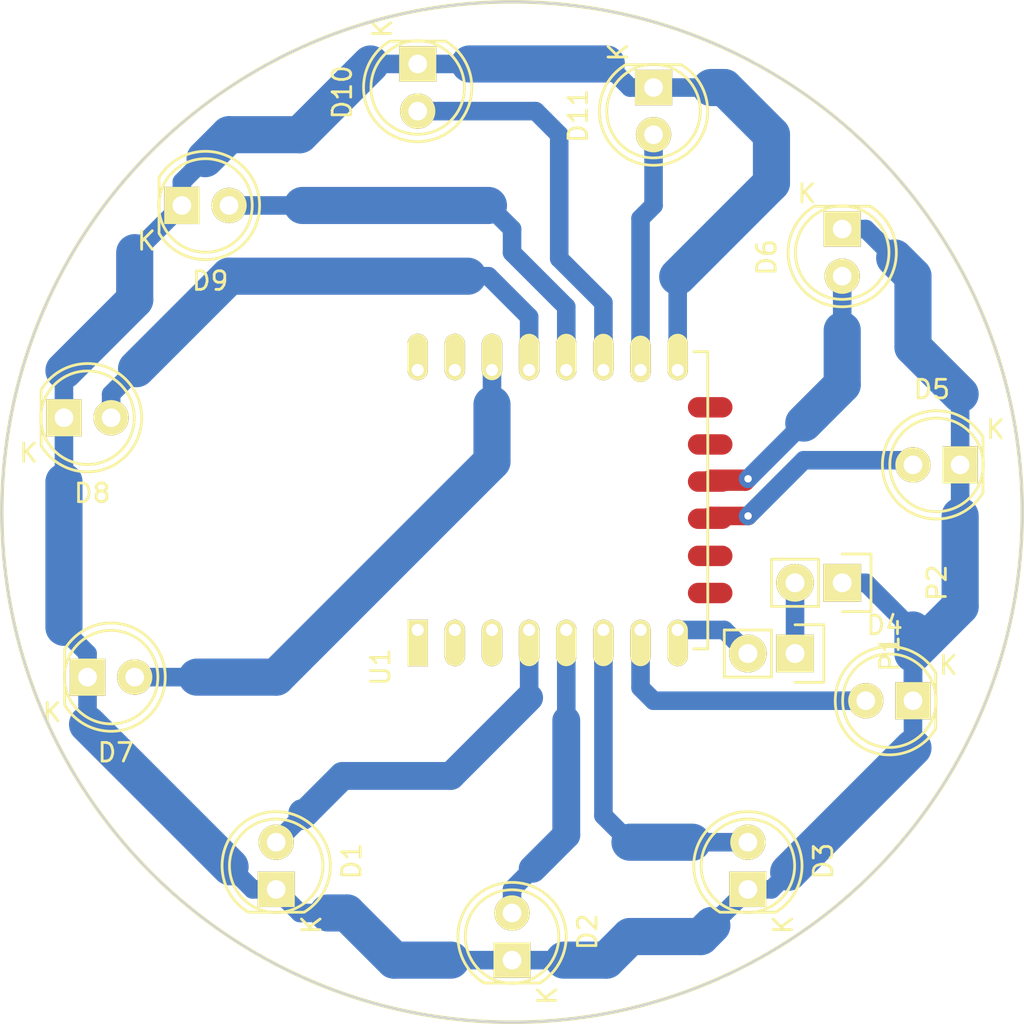
<source format=kicad_pcb>
(kicad_pcb (version 4) (host pcbnew 4.0.2+dfsg1-stable)

  (general
    (links 25)
    (no_connects 0)
    (area 133.715698 70.215698 188.864302 125.364302)
    (thickness 1.6)
    (drawings 2)
    (tracks 146)
    (zones 0)
    (modules 14)
    (nets 24)
  )

  (page A4)
  (layers
    (0 F.Cu signal)
    (31 B.Cu signal)
    (32 B.Adhes user)
    (33 F.Adhes user)
    (34 B.Paste user)
    (35 F.Paste user)
    (36 B.SilkS user)
    (37 F.SilkS user)
    (38 B.Mask user)
    (39 F.Mask user)
    (40 Dwgs.User user)
    (41 Cmts.User user)
    (42 Eco1.User user)
    (43 Eco2.User user)
    (44 Edge.Cuts user)
    (45 Margin user)
    (46 B.CrtYd user)
    (47 F.CrtYd user)
    (48 B.Fab user)
    (49 F.Fab user)
  )

  (setup
    (last_trace_width 0.25)
    (user_trace_width 1)
    (user_trace_width 1.5)
    (user_trace_width 2)
    (trace_clearance 0.2)
    (zone_clearance 0.508)
    (zone_45_only no)
    (trace_min 0.2)
    (segment_width 0.2)
    (edge_width 0.15)
    (via_size 0.6)
    (via_drill 0.4)
    (via_min_size 0.4)
    (via_min_drill 0.3)
    (uvia_size 0.3)
    (uvia_drill 0.1)
    (uvias_allowed no)
    (uvia_min_size 0.2)
    (uvia_min_drill 0.1)
    (pcb_text_width 0.3)
    (pcb_text_size 1.5 1.5)
    (mod_edge_width 0.15)
    (mod_text_size 1 1)
    (mod_text_width 0.15)
    (pad_size 1.524 1.524)
    (pad_drill 0.762)
    (pad_to_mask_clearance 0.2)
    (aux_axis_origin 0 0)
    (visible_elements FFFFFFFF)
    (pcbplotparams
      (layerselection 0x01030_80000001)
      (usegerberextensions false)
      (excludeedgelayer true)
      (linewidth 0.100000)
      (plotframeref false)
      (viasonmask false)
      (mode 1)
      (useauxorigin false)
      (hpglpennumber 1)
      (hpglpenspeed 20)
      (hpglpendiameter 15)
      (hpglpenoverlay 2)
      (psnegative false)
      (psa4output false)
      (plotreference true)
      (plotvalue true)
      (plotinvisibletext false)
      (padsonsilk false)
      (subtractmaskfromsilk false)
      (outputformat 1)
      (mirror false)
      (drillshape 0)
      (scaleselection 1)
      (outputdirectory ""))
  )

  (net 0 "")
  (net 1 "Net-(D1-Pad2)")
  (net 2 "Net-(D2-Pad2)")
  (net 3 "Net-(D3-Pad2)")
  (net 4 "Net-(D4-Pad2)")
  (net 5 "Net-(D5-Pad2)")
  (net 6 "Net-(D6-Pad2)")
  (net 7 "Net-(D7-Pad2)")
  (net 8 "Net-(D8-Pad2)")
  (net 9 "Net-(D9-Pad2)")
  (net 10 "Net-(D10-Pad2)")
  (net 11 "Net-(D11-Pad2)")
  (net 12 "Net-(U1-Pad1)")
  (net 13 "Net-(U1-Pad2)")
  (net 14 "Net-(U1-Pad3)")
  (net 15 +3.3V)
  (net 16 GND)
  (net 17 "Net-(U1-Pad15)")
  (net 18 "Net-(U1-Pad16)")
  (net 19 "Net-(U1-Pad17)")
  (net 20 "Net-(U1-Pad18)")
  (net 21 "Net-(U1-Pad21)")
  (net 22 "Net-(U1-Pad22)")
  (net 23 "Net-(P1-Pad1)")

  (net_class Default "This is the default net class."
    (clearance 0.2)
    (trace_width 0.25)
    (via_dia 0.6)
    (via_drill 0.4)
    (uvia_dia 0.3)
    (uvia_drill 0.1)
    (add_net +3.3V)
    (add_net GND)
    (add_net "Net-(D1-Pad2)")
    (add_net "Net-(D10-Pad2)")
    (add_net "Net-(D11-Pad2)")
    (add_net "Net-(D2-Pad2)")
    (add_net "Net-(D3-Pad2)")
    (add_net "Net-(D4-Pad2)")
    (add_net "Net-(D5-Pad2)")
    (add_net "Net-(D6-Pad2)")
    (add_net "Net-(D7-Pad2)")
    (add_net "Net-(D8-Pad2)")
    (add_net "Net-(D9-Pad2)")
    (add_net "Net-(P1-Pad1)")
    (add_net "Net-(U1-Pad1)")
    (add_net "Net-(U1-Pad15)")
    (add_net "Net-(U1-Pad16)")
    (add_net "Net-(U1-Pad17)")
    (add_net "Net-(U1-Pad18)")
    (add_net "Net-(U1-Pad2)")
    (add_net "Net-(U1-Pad21)")
    (add_net "Net-(U1-Pad22)")
    (add_net "Net-(U1-Pad3)")
  )

  (module LEDs:LED-5MM (layer F.Cu) (tedit 5570F7EA) (tstamp 5878E570)
    (at 30.59 63.11 90)
    (descr "LED 5mm round vertical")
    (tags "LED 5mm round vertical")
    (path /5878E28B)
    (fp_text reference D1 (at 1.524 4.064 90) (layer F.SilkS)
      (effects (font (size 1 1) (thickness 0.15)))
    )
    (fp_text value LED (at 1.524 -3.937 90) (layer F.Fab)
      (effects (font (size 1 1) (thickness 0.15)))
    )
    (fp_line (start -1.5 -1.55) (end -1.5 1.55) (layer F.CrtYd) (width 0.05))
    (fp_arc (start 1.3 0) (end -1.5 1.55) (angle -302) (layer F.CrtYd) (width 0.05))
    (fp_arc (start 1.27 0) (end -1.23 -1.5) (angle 297.5) (layer F.SilkS) (width 0.15))
    (fp_line (start -1.23 1.5) (end -1.23 -1.5) (layer F.SilkS) (width 0.15))
    (fp_circle (center 1.27 0) (end 0.97 -2.5) (layer F.SilkS) (width 0.15))
    (fp_text user K (at -1.905 1.905 90) (layer F.SilkS)
      (effects (font (size 1 1) (thickness 0.15)))
    )
    (pad 1 thru_hole rect (at 0 0 180) (size 2 1.9) (drill 1.00076) (layers *.Cu *.Mask F.SilkS)
      (net 16 GND))
    (pad 2 thru_hole circle (at 2.54 0 90) (size 1.9 1.9) (drill 1.00076) (layers *.Cu *.Mask F.SilkS)
      (net 1 "Net-(D1-Pad2)"))
    (model LEDs.3dshapes/LED-5MM.wrl
      (at (xyz 0.05 0 0))
      (scale (xyz 1 1 1))
      (rotate (xyz 0 0 90))
    )
  )

  (module LEDs:LED-5MM (layer F.Cu) (tedit 5570F7EA) (tstamp 5878E576)
    (at 43.29 66.92 90)
    (descr "LED 5mm round vertical")
    (tags "LED 5mm round vertical")
    (path /5878E22A)
    (fp_text reference D2 (at 1.524 4.064 90) (layer F.SilkS)
      (effects (font (size 1 1) (thickness 0.15)))
    )
    (fp_text value LED (at 1.524 -3.937 90) (layer F.Fab)
      (effects (font (size 1 1) (thickness 0.15)))
    )
    (fp_line (start -1.5 -1.55) (end -1.5 1.55) (layer F.CrtYd) (width 0.05))
    (fp_arc (start 1.3 0) (end -1.5 1.55) (angle -302) (layer F.CrtYd) (width 0.05))
    (fp_arc (start 1.27 0) (end -1.23 -1.5) (angle 297.5) (layer F.SilkS) (width 0.15))
    (fp_line (start -1.23 1.5) (end -1.23 -1.5) (layer F.SilkS) (width 0.15))
    (fp_circle (center 1.27 0) (end 0.97 -2.5) (layer F.SilkS) (width 0.15))
    (fp_text user K (at -1.905 1.905 90) (layer F.SilkS)
      (effects (font (size 1 1) (thickness 0.15)))
    )
    (pad 1 thru_hole rect (at 0 0 180) (size 2 1.9) (drill 1.00076) (layers *.Cu *.Mask F.SilkS)
      (net 16 GND))
    (pad 2 thru_hole circle (at 2.54 0 90) (size 1.9 1.9) (drill 1.00076) (layers *.Cu *.Mask F.SilkS)
      (net 2 "Net-(D2-Pad2)"))
    (model LEDs.3dshapes/LED-5MM.wrl
      (at (xyz 0.05 0 0))
      (scale (xyz 1 1 1))
      (rotate (xyz 0 0 90))
    )
  )

  (module LEDs:LED-5MM (layer F.Cu) (tedit 5570F7EA) (tstamp 5878E57C)
    (at 55.99 63.11 90)
    (descr "LED 5mm round vertical")
    (tags "LED 5mm round vertical")
    (path /5878E1C7)
    (fp_text reference D3 (at 1.524 4.064 90) (layer F.SilkS)
      (effects (font (size 1 1) (thickness 0.15)))
    )
    (fp_text value LED (at 1.524 -3.937 90) (layer F.Fab)
      (effects (font (size 1 1) (thickness 0.15)))
    )
    (fp_line (start -1.5 -1.55) (end -1.5 1.55) (layer F.CrtYd) (width 0.05))
    (fp_arc (start 1.3 0) (end -1.5 1.55) (angle -302) (layer F.CrtYd) (width 0.05))
    (fp_arc (start 1.27 0) (end -1.23 -1.5) (angle 297.5) (layer F.SilkS) (width 0.15))
    (fp_line (start -1.23 1.5) (end -1.23 -1.5) (layer F.SilkS) (width 0.15))
    (fp_circle (center 1.27 0) (end 0.97 -2.5) (layer F.SilkS) (width 0.15))
    (fp_text user K (at -1.905 1.905 90) (layer F.SilkS)
      (effects (font (size 1 1) (thickness 0.15)))
    )
    (pad 1 thru_hole rect (at 0 0 180) (size 2 1.9) (drill 1.00076) (layers *.Cu *.Mask F.SilkS)
      (net 16 GND))
    (pad 2 thru_hole circle (at 2.54 0 90) (size 1.9 1.9) (drill 1.00076) (layers *.Cu *.Mask F.SilkS)
      (net 3 "Net-(D3-Pad2)"))
    (model LEDs.3dshapes/LED-5MM.wrl
      (at (xyz 0.05 0 0))
      (scale (xyz 1 1 1))
      (rotate (xyz 0 0 90))
    )
  )

  (module LEDs:LED-5MM (layer F.Cu) (tedit 5570F7EA) (tstamp 5878E582)
    (at 64.88 52.95 180)
    (descr "LED 5mm round vertical")
    (tags "LED 5mm round vertical")
    (path /5878E18A)
    (fp_text reference D4 (at 1.524 4.064 180) (layer F.SilkS)
      (effects (font (size 1 1) (thickness 0.15)))
    )
    (fp_text value LED (at 1.524 -3.937 180) (layer F.Fab)
      (effects (font (size 1 1) (thickness 0.15)))
    )
    (fp_line (start -1.5 -1.55) (end -1.5 1.55) (layer F.CrtYd) (width 0.05))
    (fp_arc (start 1.3 0) (end -1.5 1.55) (angle -302) (layer F.CrtYd) (width 0.05))
    (fp_arc (start 1.27 0) (end -1.23 -1.5) (angle 297.5) (layer F.SilkS) (width 0.15))
    (fp_line (start -1.23 1.5) (end -1.23 -1.5) (layer F.SilkS) (width 0.15))
    (fp_circle (center 1.27 0) (end 0.97 -2.5) (layer F.SilkS) (width 0.15))
    (fp_text user K (at -1.905 1.905 180) (layer F.SilkS)
      (effects (font (size 1 1) (thickness 0.15)))
    )
    (pad 1 thru_hole rect (at 0 0 270) (size 2 1.9) (drill 1.00076) (layers *.Cu *.Mask F.SilkS)
      (net 16 GND))
    (pad 2 thru_hole circle (at 2.54 0 180) (size 1.9 1.9) (drill 1.00076) (layers *.Cu *.Mask F.SilkS)
      (net 4 "Net-(D4-Pad2)"))
    (model LEDs.3dshapes/LED-5MM.wrl
      (at (xyz 0.05 0 0))
      (scale (xyz 1 1 1))
      (rotate (xyz 0 0 90))
    )
  )

  (module LEDs:LED-5MM (layer F.Cu) (tedit 5570F7EA) (tstamp 5878E588)
    (at 67.42 40.25 180)
    (descr "LED 5mm round vertical")
    (tags "LED 5mm round vertical")
    (path /5878DFA5)
    (fp_text reference D5 (at 1.524 4.064 180) (layer F.SilkS)
      (effects (font (size 1 1) (thickness 0.15)))
    )
    (fp_text value LED (at 1.524 -3.937 180) (layer F.Fab)
      (effects (font (size 1 1) (thickness 0.15)))
    )
    (fp_line (start -1.5 -1.55) (end -1.5 1.55) (layer F.CrtYd) (width 0.05))
    (fp_arc (start 1.3 0) (end -1.5 1.55) (angle -302) (layer F.CrtYd) (width 0.05))
    (fp_arc (start 1.27 0) (end -1.23 -1.5) (angle 297.5) (layer F.SilkS) (width 0.15))
    (fp_line (start -1.23 1.5) (end -1.23 -1.5) (layer F.SilkS) (width 0.15))
    (fp_circle (center 1.27 0) (end 0.97 -2.5) (layer F.SilkS) (width 0.15))
    (fp_text user K (at -1.905 1.905 180) (layer F.SilkS)
      (effects (font (size 1 1) (thickness 0.15)))
    )
    (pad 1 thru_hole rect (at 0 0 270) (size 2 1.9) (drill 1.00076) (layers *.Cu *.Mask F.SilkS)
      (net 16 GND))
    (pad 2 thru_hole circle (at 2.54 0 180) (size 1.9 1.9) (drill 1.00076) (layers *.Cu *.Mask F.SilkS)
      (net 5 "Net-(D5-Pad2)"))
    (model LEDs.3dshapes/LED-5MM.wrl
      (at (xyz 0.05 0 0))
      (scale (xyz 1 1 1))
      (rotate (xyz 0 0 90))
    )
  )

  (module LEDs:LED-5MM (layer F.Cu) (tedit 5878E847) (tstamp 5878E58E)
    (at 61.07 27.55 270)
    (descr "LED 5mm round vertical")
    (tags "LED 5mm round vertical")
    (path /5878E102)
    (fp_text reference D6 (at 1.524 4.064 270) (layer F.SilkS)
      (effects (font (size 1 1) (thickness 0.15)))
    )
    (fp_text value LED (at 1.524 -3.937 270) (layer F.Fab)
      (effects (font (size 1 1) (thickness 0.15)))
    )
    (fp_line (start -1.5 -1.55) (end -1.5 1.55) (layer F.CrtYd) (width 0.05))
    (fp_arc (start 1.3 0) (end -1.5 1.55) (angle -302) (layer F.CrtYd) (width 0.05))
    (fp_arc (start 1.27 0) (end -1.23 -1.5) (angle 297.5) (layer F.SilkS) (width 0.15))
    (fp_line (start -1.23 1.5) (end -1.23 -1.5) (layer F.SilkS) (width 0.15))
    (fp_circle (center 1.27 0) (end 0.97 -2.5) (layer F.SilkS) (width 0.15))
    (fp_text user K (at -1.905 1.905 360) (layer F.SilkS)
      (effects (font (size 1 1) (thickness 0.15)))
    )
    (pad 1 thru_hole rect (at 0 0) (size 2 1.9) (drill 1.00076) (layers *.Cu *.Mask F.SilkS)
      (net 16 GND))
    (pad 2 thru_hole circle (at 2.54 0 270) (size 1.9 1.9) (drill 1.00076) (layers *.Cu *.Mask F.SilkS)
      (net 6 "Net-(D6-Pad2)"))
    (model LEDs.3dshapes/LED-5MM.wrl
      (at (xyz 0.05 0 0))
      (scale (xyz 1 1 1))
      (rotate (xyz 0 0 90))
    )
  )

  (module LEDs:LED-5MM (layer F.Cu) (tedit 5570F7EA) (tstamp 5878E594)
    (at 20.43 51.68)
    (descr "LED 5mm round vertical")
    (tags "LED 5mm round vertical")
    (path /5878E2CE)
    (fp_text reference D7 (at 1.524 4.064) (layer F.SilkS)
      (effects (font (size 1 1) (thickness 0.15)))
    )
    (fp_text value LED (at 1.524 -3.937) (layer F.Fab)
      (effects (font (size 1 1) (thickness 0.15)))
    )
    (fp_line (start -1.5 -1.55) (end -1.5 1.55) (layer F.CrtYd) (width 0.05))
    (fp_arc (start 1.3 0) (end -1.5 1.55) (angle -302) (layer F.CrtYd) (width 0.05))
    (fp_arc (start 1.27 0) (end -1.23 -1.5) (angle 297.5) (layer F.SilkS) (width 0.15))
    (fp_line (start -1.23 1.5) (end -1.23 -1.5) (layer F.SilkS) (width 0.15))
    (fp_circle (center 1.27 0) (end 0.97 -2.5) (layer F.SilkS) (width 0.15))
    (fp_text user K (at -1.905 1.905) (layer F.SilkS)
      (effects (font (size 1 1) (thickness 0.15)))
    )
    (pad 1 thru_hole rect (at 0 0 90) (size 2 1.9) (drill 1.00076) (layers *.Cu *.Mask F.SilkS)
      (net 16 GND))
    (pad 2 thru_hole circle (at 2.54 0) (size 1.9 1.9) (drill 1.00076) (layers *.Cu *.Mask F.SilkS)
      (net 7 "Net-(D7-Pad2)"))
    (model LEDs.3dshapes/LED-5MM.wrl
      (at (xyz 0.05 0 0))
      (scale (xyz 1 1 1))
      (rotate (xyz 0 0 90))
    )
  )

  (module LEDs:LED-5MM (layer F.Cu) (tedit 5570F7EA) (tstamp 5878E59A)
    (at 19.16 37.71)
    (descr "LED 5mm round vertical")
    (tags "LED 5mm round vertical")
    (path /5878E39D)
    (fp_text reference D8 (at 1.524 4.064) (layer F.SilkS)
      (effects (font (size 1 1) (thickness 0.15)))
    )
    (fp_text value LED (at 1.524 -3.937) (layer F.Fab)
      (effects (font (size 1 1) (thickness 0.15)))
    )
    (fp_line (start -1.5 -1.55) (end -1.5 1.55) (layer F.CrtYd) (width 0.05))
    (fp_arc (start 1.3 0) (end -1.5 1.55) (angle -302) (layer F.CrtYd) (width 0.05))
    (fp_arc (start 1.27 0) (end -1.23 -1.5) (angle 297.5) (layer F.SilkS) (width 0.15))
    (fp_line (start -1.23 1.5) (end -1.23 -1.5) (layer F.SilkS) (width 0.15))
    (fp_circle (center 1.27 0) (end 0.97 -2.5) (layer F.SilkS) (width 0.15))
    (fp_text user K (at -1.905 1.905) (layer F.SilkS)
      (effects (font (size 1 1) (thickness 0.15)))
    )
    (pad 1 thru_hole rect (at 0 0 90) (size 2 1.9) (drill 1.00076) (layers *.Cu *.Mask F.SilkS)
      (net 16 GND))
    (pad 2 thru_hole circle (at 2.54 0) (size 1.9 1.9) (drill 1.00076) (layers *.Cu *.Mask F.SilkS)
      (net 8 "Net-(D8-Pad2)"))
    (model LEDs.3dshapes/LED-5MM.wrl
      (at (xyz 0.05 0 0))
      (scale (xyz 1 1 1))
      (rotate (xyz 0 0 90))
    )
  )

  (module LEDs:LED-5MM (layer F.Cu) (tedit 5570F7EA) (tstamp 5878E5A0)
    (at 25.51 26.28)
    (descr "LED 5mm round vertical")
    (tags "LED 5mm round vertical")
    (path /5878E3FA)
    (fp_text reference D9 (at 1.524 4.064) (layer F.SilkS)
      (effects (font (size 1 1) (thickness 0.15)))
    )
    (fp_text value LED (at 1.524 -3.937) (layer F.Fab)
      (effects (font (size 1 1) (thickness 0.15)))
    )
    (fp_line (start -1.5 -1.55) (end -1.5 1.55) (layer F.CrtYd) (width 0.05))
    (fp_arc (start 1.3 0) (end -1.5 1.55) (angle -302) (layer F.CrtYd) (width 0.05))
    (fp_arc (start 1.27 0) (end -1.23 -1.5) (angle 297.5) (layer F.SilkS) (width 0.15))
    (fp_line (start -1.23 1.5) (end -1.23 -1.5) (layer F.SilkS) (width 0.15))
    (fp_circle (center 1.27 0) (end 0.97 -2.5) (layer F.SilkS) (width 0.15))
    (fp_text user K (at -1.905 1.905) (layer F.SilkS)
      (effects (font (size 1 1) (thickness 0.15)))
    )
    (pad 1 thru_hole rect (at 0 0 90) (size 2 1.9) (drill 1.00076) (layers *.Cu *.Mask F.SilkS)
      (net 16 GND))
    (pad 2 thru_hole circle (at 2.54 0) (size 1.9 1.9) (drill 1.00076) (layers *.Cu *.Mask F.SilkS)
      (net 9 "Net-(D9-Pad2)"))
    (model LEDs.3dshapes/LED-5MM.wrl
      (at (xyz 0.05 0 0))
      (scale (xyz 1 1 1))
      (rotate (xyz 0 0 90))
    )
  )

  (module LEDs:LED-5MM (layer F.Cu) (tedit 5570F7EA) (tstamp 5878E5A6)
    (at 38.21 18.66 270)
    (descr "LED 5mm round vertical")
    (tags "LED 5mm round vertical")
    (path /5878E46B)
    (fp_text reference D10 (at 1.524 4.064 270) (layer F.SilkS)
      (effects (font (size 1 1) (thickness 0.15)))
    )
    (fp_text value LED (at 1.524 -3.937 270) (layer F.Fab)
      (effects (font (size 1 1) (thickness 0.15)))
    )
    (fp_line (start -1.5 -1.55) (end -1.5 1.55) (layer F.CrtYd) (width 0.05))
    (fp_arc (start 1.3 0) (end -1.5 1.55) (angle -302) (layer F.CrtYd) (width 0.05))
    (fp_arc (start 1.27 0) (end -1.23 -1.5) (angle 297.5) (layer F.SilkS) (width 0.15))
    (fp_line (start -1.23 1.5) (end -1.23 -1.5) (layer F.SilkS) (width 0.15))
    (fp_circle (center 1.27 0) (end 0.97 -2.5) (layer F.SilkS) (width 0.15))
    (fp_text user K (at -1.905 1.905 270) (layer F.SilkS)
      (effects (font (size 1 1) (thickness 0.15)))
    )
    (pad 1 thru_hole rect (at 0 0) (size 2 1.9) (drill 1.00076) (layers *.Cu *.Mask F.SilkS)
      (net 16 GND))
    (pad 2 thru_hole circle (at 2.54 0 270) (size 1.9 1.9) (drill 1.00076) (layers *.Cu *.Mask F.SilkS)
      (net 10 "Net-(D10-Pad2)"))
    (model LEDs.3dshapes/LED-5MM.wrl
      (at (xyz 0.05 0 0))
      (scale (xyz 1 1 1))
      (rotate (xyz 0 0 90))
    )
  )

  (module LEDs:LED-5MM (layer F.Cu) (tedit 5570F7EA) (tstamp 5878E5AC)
    (at 50.91 19.93 270)
    (descr "LED 5mm round vertical")
    (tags "LED 5mm round vertical")
    (path /5878E4C0)
    (fp_text reference D11 (at 1.524 4.064 270) (layer F.SilkS)
      (effects (font (size 1 1) (thickness 0.15)))
    )
    (fp_text value LED (at 1.524 -3.937 270) (layer F.Fab)
      (effects (font (size 1 1) (thickness 0.15)))
    )
    (fp_line (start -1.5 -1.55) (end -1.5 1.55) (layer F.CrtYd) (width 0.05))
    (fp_arc (start 1.3 0) (end -1.5 1.55) (angle -302) (layer F.CrtYd) (width 0.05))
    (fp_arc (start 1.27 0) (end -1.23 -1.5) (angle 297.5) (layer F.SilkS) (width 0.15))
    (fp_line (start -1.23 1.5) (end -1.23 -1.5) (layer F.SilkS) (width 0.15))
    (fp_circle (center 1.27 0) (end 0.97 -2.5) (layer F.SilkS) (width 0.15))
    (fp_text user K (at -1.905 1.905 270) (layer F.SilkS)
      (effects (font (size 1 1) (thickness 0.15)))
    )
    (pad 1 thru_hole rect (at 0 0) (size 2 1.9) (drill 1.00076) (layers *.Cu *.Mask F.SilkS)
      (net 16 GND))
    (pad 2 thru_hole circle (at 2.54 0 270) (size 1.9 1.9) (drill 1.00076) (layers *.Cu *.Mask F.SilkS)
      (net 11 "Net-(D11-Pad2)"))
    (model LEDs.3dshapes/LED-5MM.wrl
      (at (xyz 0.05 0 0))
      (scale (xyz 1 1 1))
      (rotate (xyz 0 0 90))
    )
  )

  (module ESP8266:ESP-12E (layer F.Cu) (tedit 559F8D21) (tstamp 5878E5C6)
    (at 38.21 49.14 90)
    (descr "Module, ESP-8266, ESP-12, 16 pad, SMD")
    (tags "Module ESP-8266 ESP8266")
    (path /5878DEE8)
    (fp_text reference U1 (at -2 -2 90) (layer F.SilkS)
      (effects (font (size 1 1) (thickness 0.15)))
    )
    (fp_text value ESP-12E (at 8 1 90) (layer F.Fab)
      (effects (font (size 1 1) (thickness 0.15)))
    )
    (fp_line (start -2.25 -0.5) (end -2.25 -8.75) (layer F.CrtYd) (width 0.05))
    (fp_line (start -2.25 -8.75) (end 15.25 -8.75) (layer F.CrtYd) (width 0.05))
    (fp_line (start 15.25 -8.75) (end 16.25 -8.75) (layer F.CrtYd) (width 0.05))
    (fp_line (start 16.25 -8.75) (end 16.25 16) (layer F.CrtYd) (width 0.05))
    (fp_line (start 16.25 16) (end -2.25 16) (layer F.CrtYd) (width 0.05))
    (fp_line (start -2.25 16) (end -2.25 -0.5) (layer F.CrtYd) (width 0.05))
    (fp_line (start -1.016 -8.382) (end 14.986 -8.382) (layer F.CrtYd) (width 0.1524))
    (fp_line (start 14.986 -8.382) (end 14.986 -0.889) (layer F.CrtYd) (width 0.1524))
    (fp_line (start -1.016 -8.382) (end -1.016 -1.016) (layer F.CrtYd) (width 0.1524))
    (fp_line (start -1.016 14.859) (end -1.016 15.621) (layer F.SilkS) (width 0.1524))
    (fp_line (start -1.016 15.621) (end 14.986 15.621) (layer F.SilkS) (width 0.1524))
    (fp_line (start 14.986 15.621) (end 14.986 14.859) (layer F.SilkS) (width 0.1524))
    (fp_line (start 14.992 -8.4) (end -1.008 -2.6) (layer F.CrtYd) (width 0.1524))
    (fp_line (start -1.008 -8.4) (end 14.992 -2.6) (layer F.CrtYd) (width 0.1524))
    (fp_text user "No Copper" (at 6.892 -5.4 90) (layer F.CrtYd)
      (effects (font (size 1 1) (thickness 0.15)))
    )
    (fp_line (start -1.008 -2.6) (end 14.992 -2.6) (layer F.CrtYd) (width 0.1524))
    (fp_line (start 15 -8.4) (end 15 15.6) (layer F.Fab) (width 0.05))
    (fp_line (start 14.992 15.6) (end -1.008 15.6) (layer F.Fab) (width 0.05))
    (fp_line (start -1.008 15.6) (end -1.008 -8.4) (layer F.Fab) (width 0.05))
    (fp_line (start -1.008 -8.4) (end 14.992 -8.4) (layer F.Fab) (width 0.05))
    (pad 1 thru_hole rect (at 0 0 90) (size 2.5 1.1) (drill 0.65 (offset -0.7 0)) (layers *.Cu *.Mask F.SilkS)
      (net 12 "Net-(U1-Pad1)"))
    (pad 2 thru_hole oval (at 0 2 90) (size 2.5 1.1) (drill 0.65 (offset -0.7 0)) (layers *.Cu *.Mask F.SilkS)
      (net 13 "Net-(U1-Pad2)"))
    (pad 3 thru_hole oval (at 0 4 90) (size 2.5 1.1) (drill 0.65 (offset -0.7 0)) (layers *.Cu *.Mask F.SilkS)
      (net 14 "Net-(U1-Pad3)"))
    (pad 4 thru_hole oval (at 0 6 90) (size 2.5 1.1) (drill 0.65 (offset -0.7 0)) (layers *.Cu *.Mask F.SilkS)
      (net 1 "Net-(D1-Pad2)"))
    (pad 5 thru_hole oval (at 0 8 90) (size 2.5 1.1) (drill 0.65 (offset -0.7 0)) (layers *.Cu *.Mask F.SilkS)
      (net 2 "Net-(D2-Pad2)"))
    (pad 6 thru_hole oval (at 0 10 90) (size 2.5 1.1) (drill 0.65 (offset -0.7 0)) (layers *.Cu *.Mask F.SilkS)
      (net 3 "Net-(D3-Pad2)"))
    (pad 7 thru_hole oval (at 0 12 90) (size 2.5 1.1) (drill 0.65 (offset -0.7 0)) (layers *.Cu *.Mask F.SilkS)
      (net 4 "Net-(D4-Pad2)"))
    (pad 8 thru_hole oval (at 0 14 90) (size 2.5 1.1) (drill 0.65 (offset -0.7 0)) (layers *.Cu *.Mask F.SilkS)
      (net 15 +3.3V))
    (pad 9 thru_hole oval (at 14 14 90) (size 2.5 1.1) (drill 0.65 (offset 0.7 0)) (layers *.Cu *.Mask F.SilkS)
      (net 16 GND))
    (pad 10 thru_hole oval (at 14 12 90) (size 2.5 1.1) (drill 0.65 (offset 0.6 0)) (layers *.Cu *.Mask F.SilkS)
      (net 11 "Net-(D11-Pad2)"))
    (pad 11 thru_hole oval (at 14 10 90) (size 2.5 1.1) (drill 0.65 (offset 0.7 0)) (layers *.Cu *.Mask F.SilkS)
      (net 10 "Net-(D10-Pad2)"))
    (pad 12 thru_hole oval (at 14 8 90) (size 2.5 1.1) (drill 0.65 (offset 0.7 0)) (layers *.Cu *.Mask F.SilkS)
      (net 9 "Net-(D9-Pad2)"))
    (pad 13 thru_hole oval (at 14 6 90) (size 2.5 1.1) (drill 0.65 (offset 0.7 0)) (layers *.Cu *.Mask F.SilkS)
      (net 8 "Net-(D8-Pad2)"))
    (pad 14 thru_hole oval (at 14 4 90) (size 2.5 1.1) (drill 0.65 (offset 0.7 0)) (layers *.Cu *.Mask F.SilkS)
      (net 7 "Net-(D7-Pad2)"))
    (pad 15 thru_hole oval (at 14 2 90) (size 2.5 1.1) (drill 0.65 (offset 0.7 0)) (layers *.Cu *.Mask F.SilkS)
      (net 17 "Net-(U1-Pad15)"))
    (pad 16 thru_hole oval (at 14 0 90) (size 2.5 1.1) (drill 0.65 (offset 0.7 0)) (layers *.Cu *.Mask F.SilkS)
      (net 18 "Net-(U1-Pad16)"))
    (pad 17 smd oval (at 1.99 15.75 180) (size 2.4 1.1) (layers F.Cu F.Paste F.Mask)
      (net 19 "Net-(U1-Pad17)"))
    (pad 18 smd oval (at 3.99 15.75 180) (size 2.4 1.1) (layers F.Cu F.Paste F.Mask)
      (net 20 "Net-(U1-Pad18)"))
    (pad 19 smd oval (at 5.99 15.75 180) (size 2.4 1.1) (layers F.Cu F.Paste F.Mask)
      (net 5 "Net-(D5-Pad2)"))
    (pad 20 smd oval (at 7.99 15.75 180) (size 2.4 1.1) (layers F.Cu F.Paste F.Mask)
      (net 6 "Net-(D6-Pad2)"))
    (pad 21 smd oval (at 9.99 15.75 180) (size 2.4 1.1) (layers F.Cu F.Paste F.Mask)
      (net 21 "Net-(U1-Pad21)"))
    (pad 22 smd oval (at 11.99 15.75 180) (size 2.4 1.1) (layers F.Cu F.Paste F.Mask)
      (net 22 "Net-(U1-Pad22)"))
    (model ${ESPLIB}/ESP8266.3dshapes/ESP-12.wrl
      (at (xyz 0 0 0))
      (scale (xyz 0.3937 0.3937 0.3937))
      (rotate (xyz 0 0 0))
    )
  )

  (module Pin_Headers:Pin_Header_Straight_1x02 (layer F.Cu) (tedit 54EA090C) (tstamp 58791ADE)
    (at 58.53 50.41 270)
    (descr "Through hole pin header")
    (tags "pin header")
    (path /58791A25)
    (fp_text reference P1 (at 0 -5.1 270) (layer F.SilkS)
      (effects (font (size 1 1) (thickness 0.15)))
    )
    (fp_text value CONN_01X02 (at 0 -3.1 270) (layer F.Fab)
      (effects (font (size 1 1) (thickness 0.15)))
    )
    (fp_line (start 1.27 1.27) (end 1.27 3.81) (layer F.SilkS) (width 0.15))
    (fp_line (start 1.55 -1.55) (end 1.55 0) (layer F.SilkS) (width 0.15))
    (fp_line (start -1.75 -1.75) (end -1.75 4.3) (layer F.CrtYd) (width 0.05))
    (fp_line (start 1.75 -1.75) (end 1.75 4.3) (layer F.CrtYd) (width 0.05))
    (fp_line (start -1.75 -1.75) (end 1.75 -1.75) (layer F.CrtYd) (width 0.05))
    (fp_line (start -1.75 4.3) (end 1.75 4.3) (layer F.CrtYd) (width 0.05))
    (fp_line (start 1.27 1.27) (end -1.27 1.27) (layer F.SilkS) (width 0.15))
    (fp_line (start -1.55 0) (end -1.55 -1.55) (layer F.SilkS) (width 0.15))
    (fp_line (start -1.55 -1.55) (end 1.55 -1.55) (layer F.SilkS) (width 0.15))
    (fp_line (start -1.27 1.27) (end -1.27 3.81) (layer F.SilkS) (width 0.15))
    (fp_line (start -1.27 3.81) (end 1.27 3.81) (layer F.SilkS) (width 0.15))
    (pad 1 thru_hole rect (at 0 0 270) (size 2.032 2.032) (drill 1.016) (layers *.Cu *.Mask F.SilkS)
      (net 23 "Net-(P1-Pad1)"))
    (pad 2 thru_hole oval (at 0 2.54 270) (size 2.032 2.032) (drill 1.016) (layers *.Cu *.Mask F.SilkS)
      (net 15 +3.3V))
    (model Pin_Headers.3dshapes/Pin_Header_Straight_1x02.wrl
      (at (xyz 0 -0.05 0))
      (scale (xyz 1 1 1))
      (rotate (xyz 0 0 90))
    )
  )

  (module Pin_Headers:Pin_Header_Straight_1x02 (layer F.Cu) (tedit 54EA090C) (tstamp 58791AE4)
    (at 61.07 46.6 270)
    (descr "Through hole pin header")
    (tags "pin header")
    (path /58791AC7)
    (fp_text reference P2 (at 0 -5.1 270) (layer F.SilkS)
      (effects (font (size 1 1) (thickness 0.15)))
    )
    (fp_text value CONN_01X02 (at 0 -3.1 270) (layer F.Fab)
      (effects (font (size 1 1) (thickness 0.15)))
    )
    (fp_line (start 1.27 1.27) (end 1.27 3.81) (layer F.SilkS) (width 0.15))
    (fp_line (start 1.55 -1.55) (end 1.55 0) (layer F.SilkS) (width 0.15))
    (fp_line (start -1.75 -1.75) (end -1.75 4.3) (layer F.CrtYd) (width 0.05))
    (fp_line (start 1.75 -1.75) (end 1.75 4.3) (layer F.CrtYd) (width 0.05))
    (fp_line (start -1.75 -1.75) (end 1.75 -1.75) (layer F.CrtYd) (width 0.05))
    (fp_line (start -1.75 4.3) (end 1.75 4.3) (layer F.CrtYd) (width 0.05))
    (fp_line (start 1.27 1.27) (end -1.27 1.27) (layer F.SilkS) (width 0.15))
    (fp_line (start -1.55 0) (end -1.55 -1.55) (layer F.SilkS) (width 0.15))
    (fp_line (start -1.55 -1.55) (end 1.55 -1.55) (layer F.SilkS) (width 0.15))
    (fp_line (start -1.27 1.27) (end -1.27 3.81) (layer F.SilkS) (width 0.15))
    (fp_line (start -1.27 3.81) (end 1.27 3.81) (layer F.SilkS) (width 0.15))
    (pad 1 thru_hole rect (at 0 0 270) (size 2.032 2.032) (drill 1.016) (layers *.Cu *.Mask F.SilkS)
      (net 16 GND))
    (pad 2 thru_hole oval (at 0 2.54 270) (size 2.032 2.032) (drill 1.016) (layers *.Cu *.Mask F.SilkS)
      (net 23 "Net-(P1-Pad1)"))
    (model Pin_Headers.3dshapes/Pin_Header_Straight_1x02.wrl
      (at (xyz 0 -0.05 0))
      (scale (xyz 1 1 1))
      (rotate (xyz 0 0 90))
    )
  )

  (gr_circle (center 43.29 42.79) (end 66.15 58.03) (layer F.SilkS) (width 0.2))
  (gr_circle (center 43.29 42.79) (end 66.15 58.03) (layer Edge.Cuts) (width 0.15))

  (segment (start 44.21 52.79) (end 40 57) (width 1.5) (layer B.Cu) (net 1))
  (segment (start 40 57) (end 34.16 57) (width 1.5) (layer B.Cu) (net 1) (tstamp 58792791))
  (segment (start 34.16 57) (end 32.16 59) (width 1.5) (layer B.Cu) (net 1) (tstamp 58792794))
  (segment (start 32.16 59) (end 32 59) (width 1.5) (layer B.Cu) (net 1) (tstamp 58792795))
  (segment (start 32 59) (end 32 59.16) (width 1.5) (layer B.Cu) (net 1) (tstamp 58792799))
  (segment (start 44.21 49.14) (end 44.21 52.79) (width 1) (layer B.Cu) (net 1))
  (segment (start 34.16 57) (end 32 59.16) (width 1) (layer B.Cu) (net 1) (tstamp 58792782))
  (segment (start 32 59.16) (end 30.59 60.57) (width 1) (layer B.Cu) (net 1) (tstamp 5879279A))
  (segment (start 40 57) (end 34.16 57) (width 1) (layer B.Cu) (net 1) (tstamp 5879277E))
  (segment (start 46.21 54) (end 46.21 60.19) (width 1.5) (layer B.Cu) (net 2))
  (segment (start 46.21 60.19) (end 44.4 62) (width 1.5) (layer B.Cu) (net 2) (tstamp 587927A0))
  (segment (start 43.29 64.38) (end 43.29 63.11) (width 1) (layer B.Cu) (net 2))
  (segment (start 46.21 54) (end 46.21 49.14) (width 1) (layer B.Cu) (net 2) (tstamp 5879279E) (status 20))
  (segment (start 43.29 63.11) (end 44.4 62) (width 1) (layer B.Cu) (net 2) (tstamp 587920F1))
  (segment (start 44.4 62) (end 46.21 60.19) (width 1) (layer B.Cu) (net 2) (tstamp 587927A3))
  (segment (start 53 60.57) (end 49.64 60.57) (width 2) (layer B.Cu) (net 3))
  (segment (start 48.21 49.14) (end 48.21 59.14) (width 1) (layer B.Cu) (net 3) (status 10))
  (segment (start 53 60.57) (end 55.99 60.57) (width 1) (layer B.Cu) (net 3) (tstamp 587926FC))
  (segment (start 48.21 59.14) (end 49.64 60.57) (width 1) (layer B.Cu) (net 3) (tstamp 5879211B))
  (segment (start 50.21 49.14) (end 50.21 52.25) (width 1) (layer B.Cu) (net 4) (status 10))
  (segment (start 50.91 52.95) (end 62.34 52.95) (width 1) (layer B.Cu) (net 4) (tstamp 58792110))
  (segment (start 50.21 52.25) (end 50.91 52.95) (width 1) (layer B.Cu) (net 4) (tstamp 5879210C))
  (segment (start 65 40) (end 64.88 40.25) (width 1) (layer B.Cu) (net 5) (tstamp 58792685) (status 80000))
  (segment (start 59 40) (end 65 40) (width 1) (layer B.Cu) (net 5) (status 80000))
  (segment (start 56 43) (end 59 40) (width 1) (layer B.Cu) (net 5) (status 80000))
  (via (at 56 43) (size 0.6) (layers F.Cu B.Cu) (net 5) (status 80000))
  (segment (start 56 43) (end 56 43) (width 1) (layer F.Cu) (net 5) (status 80000))
  (segment (start 54 43) (end 56 43) (width 1) (layer F.Cu) (net 5) (status 80000))
  (segment (start 53.96 43.15) (end 54 43) (width 1) (layer F.Cu) (net 5) (status 80000))
  (segment (start 61.07 33) (end 61.07 35.93) (width 2) (layer B.Cu) (net 6))
  (segment (start 61.07 35.93) (end 59 38) (width 2) (layer B.Cu) (net 6) (tstamp 587926E1))
  (segment (start 61.07 30.09) (end 61.07 33) (width 1) (layer B.Cu) (net 6))
  (via (at 56 41) (size 0.6) (drill 0.4) (layers F.Cu B.Cu) (net 6))
  (segment (start 61.07 35.93) (end 59 38) (width 1) (layer B.Cu) (net 6) (tstamp 5879269E))
  (segment (start 59 38) (end 56 41) (width 1) (layer B.Cu) (net 6) (tstamp 587926E4))
  (segment (start 56 41) (end 55.85 41.15) (width 1) (layer F.Cu) (net 6) (tstamp 587926A2))
  (segment (start 55.85 41.15) (end 53.96 41.15) (width 1) (layer F.Cu) (net 6) (tstamp 587926A3))
  (segment (start 54 41) (end 53.96 41.15) (width 1) (layer F.Cu) (net 6) (tstamp 58792686) (status 80000))
  (segment (start 56 41) (end 54 41) (width 1) (layer F.Cu) (net 6) (status 80000))
  (segment (start 61.07 30.09) (end 61 30) (width 1) (layer F.Cu) (net 6) (status 80000))
  (segment (start 42.21 37) (end 42.21 40.06) (width 2) (layer B.Cu) (net 7))
  (segment (start 42.21 40.06) (end 30.59 51.68) (width 2) (layer B.Cu) (net 7) (tstamp 587926C3))
  (segment (start 30.59 51.68) (end 26.32 51.68) (width 2) (layer B.Cu) (net 7) (tstamp 587926C4))
  (segment (start 22.97 51.68) (end 26.32 51.68) (width 1) (layer B.Cu) (net 7))
  (segment (start 26.32 51.68) (end 30.59 51.68) (width 1) (layer B.Cu) (net 7) (tstamp 587926CC))
  (segment (start 42.21 37) (end 42.21 35.14) (width 1) (layer B.Cu) (net 7) (tstamp 587926C1) (status 20))
  (segment (start 30.59 51.68) (end 42.21 40.06) (width 1) (layer B.Cu) (net 7) (tstamp 58792335))
  (segment (start 23.07 35.07) (end 28.05 30.09) (width 2) (layer B.Cu) (net 8))
  (segment (start 28.05 30.09) (end 40.91 30.09) (width 2) (layer B.Cu) (net 8) (tstamp 587926B4))
  (segment (start 44.21 35.14) (end 44.21 32.28) (width 1) (layer B.Cu) (net 8) (status 10))
  (segment (start 23.07 35.07) (end 21.7 36.44) (width 1) (layer B.Cu) (net 8) (tstamp 587926B2))
  (segment (start 42.02 30.09) (end 40.91 30.09) (width 1) (layer B.Cu) (net 8) (tstamp 58792327))
  (segment (start 40.91 30.09) (end 28.05 30.09) (width 1) (layer B.Cu) (net 8) (tstamp 587926B7))
  (segment (start 44.21 32.28) (end 42.02 30.09) (width 1) (layer B.Cu) (net 8) (tstamp 58792323))
  (segment (start 21.7 36.44) (end 21.7 37.71) (width 1) (layer B.Cu) (net 8) (tstamp 5879232C))
  (segment (start 32 26.28) (end 42.02 26.28) (width 2) (layer B.Cu) (net 9))
  (segment (start 46.21 35.14) (end 46.21 31.74) (width 1) (layer B.Cu) (net 9) (status 10))
  (segment (start 32 26.28) (end 28.05 26.28) (width 1) (layer B.Cu) (net 9) (tstamp 587926A8))
  (segment (start 43.29 27.55) (end 42.02 26.28) (width 1) (layer B.Cu) (net 9) (tstamp 58792189))
  (segment (start 43.29 28.82) (end 43.29 27.55) (width 1) (layer B.Cu) (net 9) (tstamp 58792184))
  (segment (start 46.21 31.74) (end 43.29 28.82) (width 1) (layer B.Cu) (net 9) (tstamp 5879217C))
  (segment (start 45.83 35.17) (end 46.21 35.14) (width 0.25) (layer B.Cu) (net 9) (tstamp 5878EA52) (status 80030))
  (segment (start 48.21 35.14) (end 48.21 31.52) (width 1) (layer B.Cu) (net 10) (status 10))
  (segment (start 44.56 21.2) (end 38.21 21.2) (width 1) (layer B.Cu) (net 10) (tstamp 58792171))
  (segment (start 45.83 22.47) (end 44.56 21.2) (width 1) (layer B.Cu) (net 10) (tstamp 5879216F))
  (segment (start 45.83 29.14) (end 45.83 22.47) (width 1) (layer B.Cu) (net 10) (tstamp 5879216A))
  (segment (start 48.21 31.52) (end 45.83 29.14) (width 1) (layer B.Cu) (net 10) (tstamp 58792168))
  (segment (start 50.21 35.14) (end 50.21 26.98) (width 1) (layer B.Cu) (net 11) (status 10))
  (segment (start 50.91 26.28) (end 50.91 22.47) (width 1) (layer B.Cu) (net 11) (tstamp 5879215C))
  (segment (start 50.21 26.98) (end 50.91 26.28) (width 1) (layer B.Cu) (net 11) (tstamp 58792159))
  (segment (start 52.21 49.14) (end 54.72 49.14) (width 1) (layer B.Cu) (net 15) (status 10))
  (segment (start 54.72 49.14) (end 55.99 50.41) (width 1) (layer B.Cu) (net 15) (tstamp 58792401))
  (segment (start 19.16 49) (end 19.16 41.16) (width 2) (layer B.Cu) (net 16))
  (segment (start 20.43 50.41) (end 19.16 49.14) (width 1) (layer B.Cu) (net 16) (tstamp 5879222D))
  (segment (start 19.16 41.16) (end 19.16 37.71) (width 1) (layer B.Cu) (net 16) (tstamp 5879273F))
  (segment (start 19.16 49.14) (end 19.16 49) (width 1) (layer B.Cu) (net 16) (tstamp 58792231))
  (segment (start 20.43 51.68) (end 20.43 50.41) (width 1) (layer B.Cu) (net 16))
  (segment (start 54 19.93) (end 54.72 19.93) (width 2) (layer B.Cu) (net 16))
  (segment (start 54.72 19.93) (end 57.26 22.47) (width 2) (layer B.Cu) (net 16) (tstamp 58792763))
  (segment (start 57.26 22.47) (end 57.26 25.07) (width 2) (layer B.Cu) (net 16) (tstamp 58792764))
  (segment (start 57.26 25.07) (end 52.21 30.12) (width 2) (layer B.Cu) (net 16) (tstamp 58792765))
  (segment (start 41 18.66) (end 48.37 18.66) (width 2) (layer B.Cu) (net 16))
  (segment (start 26.76 23.76) (end 28.05 22.47) (width 2) (layer B.Cu) (net 16))
  (segment (start 28.05 22.47) (end 31.86 22.47) (width 2) (layer B.Cu) (net 16) (tstamp 58792752))
  (segment (start 31.86 22.47) (end 35.67 18.66) (width 2) (layer B.Cu) (net 16) (tstamp 58792753))
  (segment (start 19.16 35.17) (end 22.97 31.36) (width 2) (layer B.Cu) (net 16))
  (segment (start 22.97 31.36) (end 22.97 28.82) (width 2) (layer B.Cu) (net 16) (tstamp 58792746))
  (segment (start 28.105 61.895) (end 20.43 54.22) (width 2) (layer B.Cu) (net 16))
  (segment (start 40 66.92) (end 36.94 66.92) (width 2) (layer B.Cu) (net 16))
  (segment (start 36.94 66.92) (end 34.4 64.38) (width 2) (layer B.Cu) (net 16) (tstamp 5879272D))
  (segment (start 34.4 64.38) (end 33.38 64.38) (width 2) (layer B.Cu) (net 16) (tstamp 5879272E))
  (segment (start 54.05 65.05) (end 53.45 65.65) (width 2) (layer B.Cu) (net 16))
  (segment (start 53.45 65.65) (end 49.64 65.65) (width 2) (layer B.Cu) (net 16) (tstamp 58792721))
  (segment (start 49.64 65.65) (end 48.37 66.92) (width 2) (layer B.Cu) (net 16) (tstamp 58792722))
  (segment (start 48.37 66.92) (end 46.08 66.92) (width 2) (layer B.Cu) (net 16) (tstamp 58792723))
  (segment (start 58.185 62.185) (end 64.88 55.49) (width 2) (layer B.Cu) (net 16))
  (segment (start 67.42 43) (end 67.42 47.87) (width 2) (layer B.Cu) (net 16))
  (segment (start 67.42 47.87) (end 64.88 50.41) (width 2) (layer B.Cu) (net 16) (tstamp 587926F3))
  (segment (start 64.88 50.41) (end 64.88 49.14) (width 2) (layer B.Cu) (net 16) (tstamp 587926F4))
  (segment (start 63.895 29.105) (end 64.88 30.09) (width 2) (layer B.Cu) (net 16))
  (segment (start 64.88 30.09) (end 64.88 33.9) (width 2) (layer B.Cu) (net 16) (tstamp 587926EA))
  (segment (start 64.88 33.9) (end 67.42 36.44) (width 2) (layer B.Cu) (net 16) (tstamp 587926EB))
  (segment (start 64.88 49.14) (end 64.88 52.95) (width 1) (layer B.Cu) (net 16) (tstamp 58792409))
  (segment (start 62.34 46.6) (end 64.88 49.14) (width 1) (layer B.Cu) (net 16) (tstamp 58792406))
  (segment (start 61.07 46.6) (end 62.34 46.6) (width 1) (layer B.Cu) (net 16))
  (segment (start 64.88 52.95) (end 64.88 50.41) (width 1) (layer B.Cu) (net 16))
  (segment (start 67.42 43) (end 67.42 40.25) (width 1) (layer B.Cu) (net 16) (tstamp 587926F1))
  (segment (start 64.88 50.41) (end 67.42 47.87) (width 1) (layer B.Cu) (net 16) (tstamp 587922FE))
  (segment (start 67.42 40.25) (end 67.42 36.44) (width 1) (layer B.Cu) (net 16))
  (segment (start 67.42 36.44) (end 64.88 33.9) (width 1) (layer B.Cu) (net 16) (tstamp 58792295))
  (segment (start 64.88 33.9) (end 64.88 30.09) (width 1) (layer B.Cu) (net 16) (tstamp 58792297))
  (segment (start 63.895 29.105) (end 62.34 27.55) (width 1) (layer B.Cu) (net 16) (tstamp 587926E8))
  (segment (start 62.34 27.55) (end 61.07 27.55) (width 1) (layer B.Cu) (net 16) (tstamp 5879229D))
  (segment (start 38.21 18.66) (end 41 18.66) (width 1) (layer B.Cu) (net 16))
  (segment (start 49.64 19.93) (end 50.91 19.93) (width 1) (layer B.Cu) (net 16) (tstamp 58792256))
  (segment (start 48.37 18.66) (end 49.64 19.93) (width 1) (layer B.Cu) (net 16) (tstamp 58792251))
  (segment (start 25.51 26.28) (end 25.51 25.01) (width 1) (layer B.Cu) (net 16))
  (segment (start 35.67 18.66) (end 38.21 18.66) (width 1) (layer B.Cu) (net 16) (tstamp 5879224B))
  (segment (start 31.86 22.47) (end 35.67 18.66) (width 1) (layer B.Cu) (net 16) (tstamp 58792247))
  (segment (start 28.05 22.47) (end 31.86 22.47) (width 1) (layer B.Cu) (net 16) (tstamp 58792243))
  (segment (start 25.51 25.01) (end 26.76 23.76) (width 1) (layer B.Cu) (net 16) (tstamp 58792242))
  (segment (start 19.16 37.71) (end 19.16 35.17) (width 1) (layer B.Cu) (net 16))
  (segment (start 22.97 28.82) (end 25.51 26.28) (width 1) (layer B.Cu) (net 16) (tstamp 5879223B))
  (segment (start 22.97 31.36) (end 22.97 28.82) (width 1) (layer B.Cu) (net 16) (tstamp 58792239))
  (segment (start 30.59 63.11) (end 29.32 63.11) (width 1) (layer B.Cu) (net 16))
  (segment (start 20.43 54.22) (end 20.43 51.68) (width 1) (layer B.Cu) (net 16) (tstamp 58792226))
  (segment (start 29.32 63.11) (end 28.105 61.895) (width 1) (layer B.Cu) (net 16) (tstamp 5879221F))
  (segment (start 43.29 66.92) (end 40 66.92) (width 1) (layer B.Cu) (net 16))
  (segment (start 31.86 64.38) (end 30.59 63.11) (width 1) (layer B.Cu) (net 16) (tstamp 58792219))
  (segment (start 34.4 64.38) (end 33.38 64.38) (width 1) (layer B.Cu) (net 16) (tstamp 58792216))
  (segment (start 33.38 64.38) (end 31.86 64.38) (width 1) (layer B.Cu) (net 16) (tstamp 58792731))
  (segment (start 36.94 66.92) (end 34.4 64.38) (width 1) (layer B.Cu) (net 16) (tstamp 58792214))
  (segment (start 55.99 63.11) (end 54.05 65.05) (width 1) (layer B.Cu) (net 16))
  (segment (start 48.37 66.92) (end 46.08 66.92) (width 1) (layer B.Cu) (net 16) (tstamp 5879220C))
  (segment (start 46.08 66.92) (end 43.29 66.92) (width 1) (layer B.Cu) (net 16) (tstamp 58792726))
  (segment (start 49.64 65.65) (end 48.37 66.92) (width 1) (layer B.Cu) (net 16) (tstamp 5879220A))
  (segment (start 53.45 65.65) (end 49.64 65.65) (width 1) (layer B.Cu) (net 16) (tstamp 58792206))
  (segment (start 64.88 52.95) (end 64.88 55.49) (width 1) (layer B.Cu) (net 16))
  (segment (start 57.26 63.11) (end 55.99 63.11) (width 1) (layer B.Cu) (net 16) (tstamp 587921FF))
  (segment (start 58.185 62.185) (end 57.26 63.11) (width 1) (layer B.Cu) (net 16) (tstamp 58792715))
  (segment (start 52.21 35.14) (end 52.21 30.12) (width 1) (layer B.Cu) (net 16) (status 10))
  (segment (start 52.21 30.12) (end 57.26 25.07) (width 1) (layer B.Cu) (net 16) (tstamp 587921DB))
  (segment (start 57.26 25.07) (end 57.26 22.47) (width 1) (layer B.Cu) (net 16) (tstamp 587921DC))
  (segment (start 57.26 22.47) (end 54.72 19.93) (width 1) (layer B.Cu) (net 16) (tstamp 587921DF))
  (segment (start 54 19.93) (end 50.91 19.93) (width 1) (layer B.Cu) (net 16) (tstamp 58792761))
  (segment (start 58.53 50.41) (end 58.53 46.6) (width 1) (layer B.Cu) (net 23))

)

</source>
